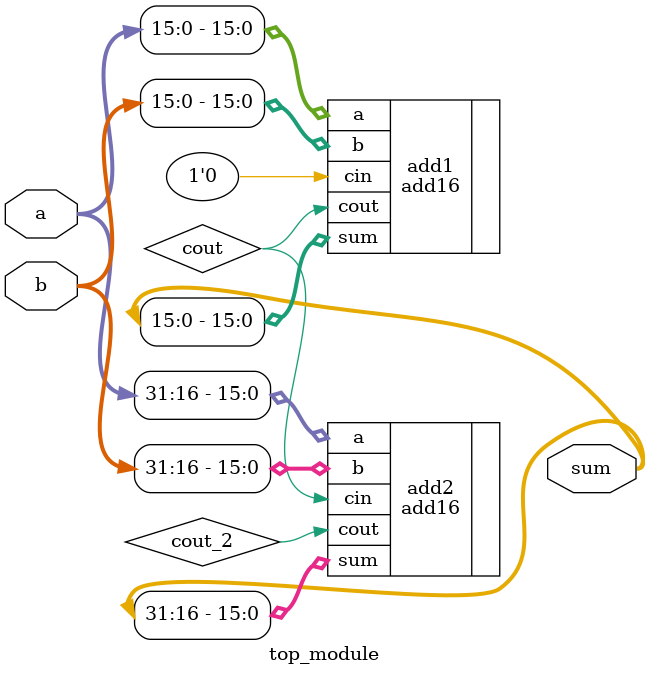
<source format=v>
module top_module(
    input [31:0] a,
    input [31:0] b,
    output [31:0] sum
);

wire cout;
wire cout_2;

add16 add1(.a(a[15:0]), .b(b[15:0]), .cin(1'b0), .sum(sum[15:0]), .cout(cout));
add16 add2(.a(a[31:16]), .b(b[31:16]), .cin(cout), .sum(sum[31:16]), .cout(cout_2));

endmodule
</source>
